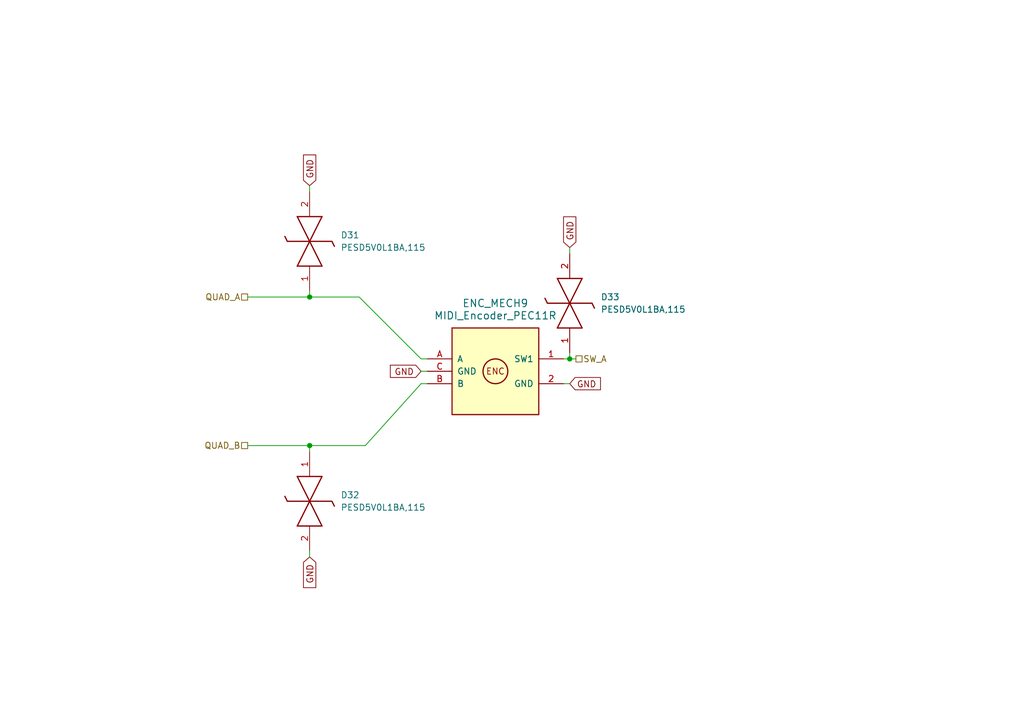
<source format=kicad_sch>
(kicad_sch (version 20250114) (generator "eeschema") (generator_version "9.0")
  (paper "A5")
  (lib_symbols
    (symbol "PESD5V0L1BA_115:PESD5V0L1BA,115" (pin_names (hide yes))
      (property "Reference" "D" (at 15.24 8.89 0))
      (property "Value" "PESD5V0L1BA,115" (at 15.24 6.35 0))
      (symbol "PESD5V0L1BA,115_1_1"
        (polyline (pts (xy 5.08 2.54) (xy 5.08 -2.54)) (stroke (width 0.254)))
        (polyline (pts (xy 5.08 2.54) (xy 10.16 0)) (stroke (width 0.254)))
        (polyline (pts (xy 10.16 0) (xy 5.08 -2.54)) (stroke (width 0.254)))
        (polyline (pts (xy 10.16 0) (xy 15.24 -2.54)) (stroke (width 0.254)))
        (polyline (pts (xy 10.16 -4.572) (xy 9.144 -5.08)) (stroke (width 0.254)))
        (polyline (pts (xy 10.16 -4.572) (xy 10.16 4.572)) (stroke (width 0.254)))
        (polyline (pts (xy 11.176 5.08) (xy 10.16 4.572)) (stroke (width 0.254)))
        (polyline (pts (xy 15.24 2.54) (xy 10.16 0)) (stroke (width 0.254)))
        (polyline (pts (xy 15.24 2.54) (xy 15.24 -2.54)) (stroke (width 0.254)))
        (pin passive line (at 0 0 0) (length 5.08) (name "K1") (number "1"))
        (pin passive line (at 20.32 0 180) (length 5.08) (name "K2") (number "2"))
      )
    )
    (symbol "midi_controller:MIDI_Encoder_PEC11R" (pin_names (offset 1.016))
      (property "Reference" "ENC_MECH" (at 0 13.462 0))
      (property "Value" "MIDI_Encoder_PEC11R" (at 0 -13.208 0))
      (symbol "MIDI_Encoder_PEC11R_0_1"
        (rectangle (start -8.89 8.89) (end 8.89 -8.89) (stroke (width 0.254)) (fill (type background)))
        (circle (center 0 0) (radius 2.54) (stroke (width 0.254)))
        (text "ENC" (at 0 0 0) (effects (font (size 1.27 1.27))))
      )
      (symbol "MIDI_Encoder_PEC11R_1_1"
        (pin passive line (at -13.97 2.54 0) (length 5.08) (name "A") (number "A"))
        (pin passive line (at -13.97 0 0) (length 5.08) (name "GND") (number "C"))
        (pin passive line (at -13.97 -2.54 0) (length 5.08) (name "B") (number "B"))
        (pin passive line (at 13.97 2.54 180) (length 5.08) (name "SW1") (number "1"))
        (pin passive line (at 13.97 -2.54 180) (length 5.08) (name "GND") (number "2"))
      )
    )
  )
  (junction (at 63.5 60.96))
  (junction (at 116.84 73.66))
  (junction (at 63.5 91.44))
  (wire (pts (xy 63.5 91.44) (xy 74.93 91.44)))
  (wire (pts (xy 116.84 50.8) (xy 116.84 52.07)))
  (wire (pts (xy 74.93 91.44) (xy 86.36 78.74)))
  (wire (pts (xy 73.66 60.96) (xy 86.36 73.66)))
  (wire (pts (xy 116.84 72.39) (xy 116.84 73.66)))
  (wire (pts (xy 115.57 73.66) (xy 116.84 73.66)))
  (wire (pts (xy 86.36 73.66) (xy 87.63 73.66)))
  (wire (pts (xy 115.57 78.74) (xy 116.84 78.74)))
  (wire (pts (xy 50.8 91.44) (xy 63.5 91.44)))
  (wire (pts (xy 63.5 59.69) (xy 63.5 60.96)))
  (wire (pts (xy 63.5 92.71) (xy 63.5 91.44)))
  (wire (pts (xy 116.84 73.66) (xy 118.11 73.66)))
  (wire (pts (xy 50.8 60.96) (xy 63.5 60.96)))
  (wire (pts (xy 63.5 60.96) (xy 73.66 60.96)))
  (wire (pts (xy 63.5 113.03) (xy 63.5 114.3)))
  (wire (pts (xy 86.36 76.2) (xy 87.63 76.2)))
  (wire (pts (xy 86.36 78.74) (xy 87.63 78.74)))
  (wire (pts (xy 63.5 38.1) (xy 63.5 39.37)))
  (global_label "GND" (shape input) (at 116.84 78.74 0) (property "Intersheetrefs" "${INTERSHEET_REFS}" (effects (hide yes))))
  (global_label "GND" (shape input) (at 86.36 76.2 180) (property "Intersheetrefs" "${INTERSHEET_REFS}" (effects (hide yes))))
  (global_label "GND" (shape input) (at 63.5 38.1 90) (property "Intersheetrefs" "${INTERSHEET_REFS}" (effects (hide yes))))
  (global_label "GND" (shape input) (at 116.84 50.8 90) (property "Intersheetrefs" "${INTERSHEET_REFS}" (effects (hide yes))))
  (global_label "GND" (shape input) (at 63.5 114.3 270) (property "Intersheetrefs" "${INTERSHEET_REFS}" (effects (hide yes))))
  (hierarchical_label "QUAD_A" (shape passive) (at 50.8 60.96 180))
  (hierarchical_label "QUAD_B" (shape passive) (at 50.8 91.44 180))
  (hierarchical_label "SW_A" (shape passive) (at 118.11 73.66 0))
  (symbol (lib_id "PESD5V0L1BA_115:PESD5V0L1BA,115") (at 63.5 59.69 90) (unit 1)
    (property "Reference" "D7" (at 69.85 48.2599 90) (effects (justify right)))
    (property "Value" "PESD5V0L1BA,115" (at 69.85 50.7999 90) (effects (justify right)))
    (property "Footprint" "KiCad:SOD2512X110N" (effects (hide yes)))
    (property "Datasheet" "https://assets.nexperia.com/documents/data-sheet/PESDXL1BA_SER.pdf" (effects (hide yes)))
    (property "Description" "PESD5V0L1BA - Low capacitance bidirectional ESD protection diode in SOD323" (effects (hide yes)))
    (property "Height" "1.1" (effects (hide yes)))
    (property "Mouser Part Number" "771-PESD5V0L1BA-T/R" (effects (hide yes)))
    (property "Mouser Price/Stock" "https://www.mouser.co.uk/ProductDetail/Nexperia/PESD5V0L1BA115?qs=LOCUfHb8d9v8%252BjxBle%252BzgQ%3D%3D" (effects (hide yes)))
    (property "Manufacturer_Name" "Nexperia" (effects (hide yes)))
    (property "Manufacturer_Part_Number" "PESD5V0L1BA,115" (effects (hide yes)))
    (instances (project "midi_controller" (path "" (reference "D31") (unit 1)) (path "" (reference "D10") (unit 1)) (path "" (reference "D22") (unit 1)) (path "" (reference "D25") (unit 1)) (path "" (reference "D13") (unit 1)) (path "" (reference "D16") (unit 1)) (path "" (reference "D19") (unit 1)) (path "" (reference "D7") (unit 1)) (path "" (reference "D28") (unit 1))))
  )
  (symbol (lib_id "PESD5V0L1BA_115:PESD5V0L1BA,115") (at 63.5 92.71 270) (unit 1)
    (property "Reference" "D8" (at 69.85 101.5999 90) (effects (justify left)))
    (property "Value" "PESD5V0L1BA,115" (at 69.85 104.1399 90) (effects (justify left)))
    (property "Footprint" "KiCad:SOD2512X110N" (effects (hide yes)))
    (property "Datasheet" "https://assets.nexperia.com/documents/data-sheet/PESDXL1BA_SER.pdf" (effects (hide yes)))
    (property "Description" "PESD5V0L1BA - Low capacitance bidirectional ESD protection diode in SOD323" (effects (hide yes)))
    (property "Height" "1.1" (effects (hide yes)))
    (property "Mouser Part Number" "771-PESD5V0L1BA-T/R" (effects (hide yes)))
    (property "Mouser Price/Stock" "https://www.mouser.co.uk/ProductDetail/Nexperia/PESD5V0L1BA115?qs=LOCUfHb8d9v8%252BjxBle%252BzgQ%3D%3D" (effects (hide yes)))
    (property "Manufacturer_Name" "Nexperia" (effects (hide yes)))
    (property "Manufacturer_Part_Number" "PESD5V0L1BA,115" (effects (hide yes)))
    (instances (project "midi_controller" (path "" (reference "D32") (unit 1)) (path "" (reference "D11") (unit 1)) (path "" (reference "D23") (unit 1)) (path "" (reference "D26") (unit 1)) (path "" (reference "D14") (unit 1)) (path "" (reference "D17") (unit 1)) (path "" (reference "D20") (unit 1)) (path "" (reference "D8") (unit 1)) (path "" (reference "D29") (unit 1))))
  )
  (symbol (lib_id "PESD5V0L1BA_115:PESD5V0L1BA,115") (at 116.84 72.39 90) (unit 1)
    (property "Reference" "D9" (at 123.19 60.9599 90) (effects (justify right)))
    (property "Value" "PESD5V0L1BA,115" (at 123.19 63.4999 90) (effects (justify right)))
    (property "Footprint" "KiCad:SOD2512X110N" (effects (hide yes)))
    (property "Datasheet" "https://assets.nexperia.com/documents/data-sheet/PESDXL1BA_SER.pdf" (effects (hide yes)))
    (property "Description" "PESD5V0L1BA - Low capacitance bidirectional ESD protection diode in SOD323" (effects (hide yes)))
    (property "Height" "1.1" (effects (hide yes)))
    (property "Mouser Part Number" "771-PESD5V0L1BA-T/R" (effects (hide yes)))
    (property "Mouser Price/Stock" "https://www.mouser.co.uk/ProductDetail/Nexperia/PESD5V0L1BA115?qs=LOCUfHb8d9v8%252BjxBle%252BzgQ%3D%3D" (effects (hide yes)))
    (property "Manufacturer_Name" "Nexperia" (effects (hide yes)))
    (property "Manufacturer_Part_Number" "PESD5V0L1BA,115" (effects (hide yes)))
    (instances (project "midi_controller" (path "" (reference "D33") (unit 1)) (path "" (reference "D12") (unit 1)) (path "" (reference "D24") (unit 1)) (path "" (reference "D27") (unit 1)) (path "" (reference "D15") (unit 1)) (path "" (reference "D18") (unit 1)) (path "" (reference "D21") (unit 1)) (path "" (reference "D9") (unit 1)) (path "" (reference "D30") (unit 1))))
  )
  (symbol (lib_id "midi_controller:MIDI_Encoder_PEC11R") (at 101.6 76.2 0) (unit 1)
    (property "Reference" "ENC_MECH1" (at 101.6 62.23 0) (effects (font (size 1.524 1.524))))
    (property "Value" "MIDI_Encoder_PEC11R" (at 101.6 64.77 0) (effects (font (size 1.524 1.524))))
    (property "Footprint" "midi_controller:PEC11R4220FS0024" (effects (hide yes)))
    (property "Datasheet" "https://www.bourns.com/docs/Product-Datasheets/PEC11R.pdf" (effects (hide yes)))
    (property "Description" "Bourns 24 Pulse Incremental Mechanical Rotary Encoder with Push Button for MIDI control" (effects (hide yes)))
    (instances (project "midi_controller" (path "" (reference "ENC_MECH9") (unit 1)) (path "" (reference "ENC_MECH2") (unit 1)) (path "" (reference "ENC_MECH6") (unit 1)) (path "" (reference "ENC_MECH7") (unit 1)) (path "" (reference "ENC_MECH3") (unit 1)) (path "" (reference "ENC_MECH4") (unit 1)) (path "" (reference "ENC_MECH5") (unit 1)) (path "" (reference "ENC_MECH1") (unit 1)) (path "" (reference "ENC_MECH8") (unit 1))))
  )
)
</source>
